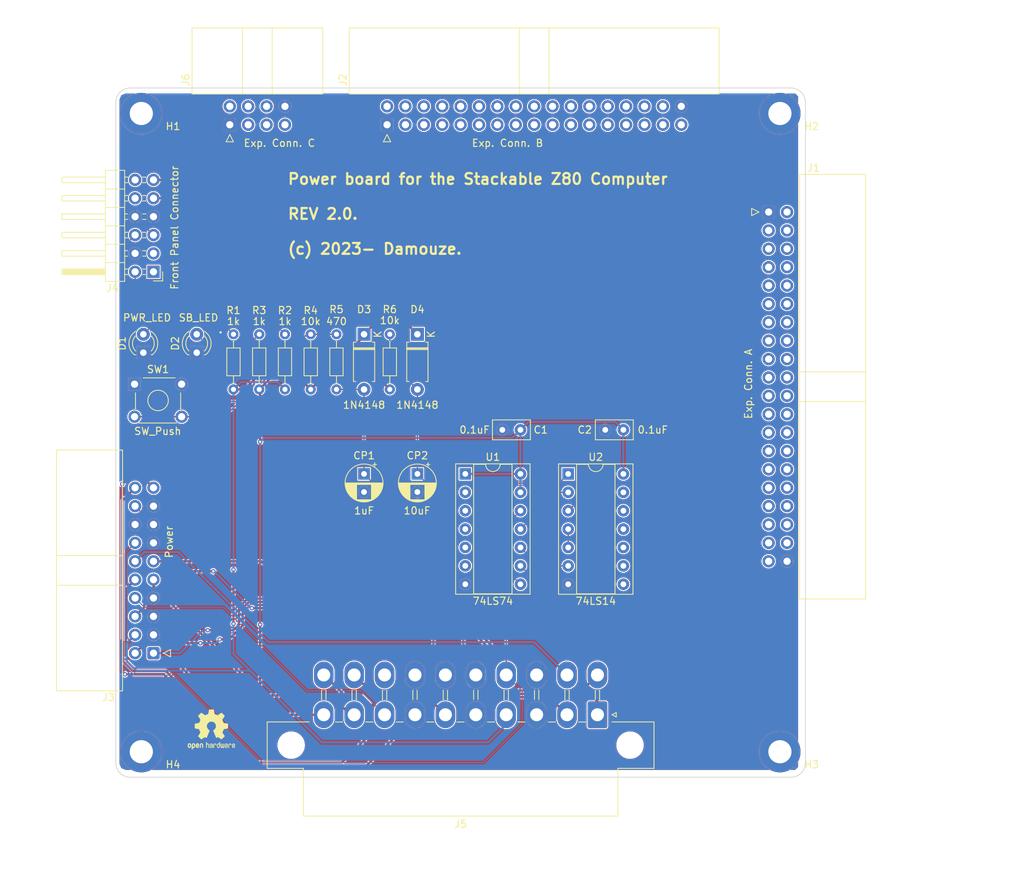
<source format=kicad_pcb>
(kicad_pcb (version 20240108) (generator "pcbnew") (generator_version "8.0")
  (title_block (title "Power board for the Stackable Z80 Computer") (date "2024-06-21") (rev "2.0"))
  (layers (0 "F.Cu" mixed) (31 "B.Cu" mixed) (34 "B.Paste" user) (35 "F.Paste" user) (36 "B.SilkS" user "B.Silkscreen") (37 "F.SilkS" user "F.Silkscreen") (38 "B.Mask" user) (39 "F.Mask" user) (44 "Edge.Cuts" user))
  (net 0 "")
  (net 1 "/+5V")
  (net 2 "/GND")
  (net 3 "/~{RESET_SW}")
  (net 4 "/~{NMI}")
  (net 5 "/~{RESET}")
  (net 6 "/BUS_CLK")
  (net 7 "/CPU_CLK")
  (net 8 "/~{B_M1}")
  (net 9 "/~{B_IORQ}")
  (net 10 "/~{B_MREQ}")
  (net 11 "/~{B_WR}")
  (net 12 "/~{B_RD}")
  (net 13 "/~{WAIT}")
  (net 14 "/~{B_RFSH}")
  (net 15 "/M_A21")
  (net 16 "/M_A20")
  (net 17 "/M_A19")
  (net 18 "/M_A18")
  (net 19 "/M_A17")
  (net 20 "/M_A16")
  (net 21 "/-12V")
  (net 22 "/+12V")
  (net 23 "/USER2")
  (net 24 "/USER1")
  (net 25 "/USER3")
  (net 26 "/USER0")
  (net 27 "/B_D7")
  (net 28 "/PWR_OK")
  (net 29 "/B_D6")
  (net 30 "/B_D5")
  (net 31 "/B_D4")
  (net 32 "/B_D3")
  (net 33 "/B_D2")
  (net 34 "/B_D1")
  (net 35 "/B_D0")
  (net 36 "/B_A15")
  (net 37 "/B_A14")
  (net 38 "/B_A13")
  (net 39 "/B_A12")
  (net 40 "/~{INT7}")
  (net 41 "/B_A11")
  (net 42 "/~{INT6}")
  (net 43 "/B_A10")
  (net 44 "/~{INT5}")
  (net 45 "/B_A9")
  (net 46 "/~{INT4}")
  (net 47 "/B_A8")
  (net 48 "/~{INT3}")
  (net 49 "/B_A7")
  (net 50 "/~{INT2}")
  (net 51 "/B_A6")
  (net 52 "/B_A5")
  (net 53 "/B_A4")
  (net 54 "/B_A3")
  (net 55 "/B_A2")
  (net 56 "/B_A1")
  (net 57 "/B_A0")
  (net 58 "/~{INT0}")
  (net 59 "/~{INT1}")
  (net 60 "/USER15")
  (net 61 "/~{INT}")
  (net 62 "/~{B_BUSACK}")
  (net 63 "/USER14")
  (net 64 "/USER13")
  (net 65 "/USER12")
  (net 66 "/USER11")
  (net 67 "/USER10")
  (net 68 "/USER9")
  (net 69 "/USER8")
  (net 70 "/USER7")
  (net 71 "/M_A15")
  (net 72 "/USER6")
  (net 73 "/M_A14")
  (net 74 "/USER5")
  (net 75 "/USER4")
  (net 76 "/+3.3V")
  (net 77 "/+5V2")
  (net 78 "/+5VSB")
  (net 79 "/+5V4")
  (net 80 "/+5V3")
  (net 81 "/+3.3V2")
  (net 82 "/+3.3V3")
  (net 83 "/~{BUSREQ}")
  (net 84 "/~{PS_ON}")
  (net 86 "/PWR_LED+")
  (net 91 "Net-(D4-A)")
  (net 92 "Net-(D3-A)")
  (net 93 "/POWER_SW")
  (net 97 "Net-(U1B-C)")
  (net 98 "Net-(U1B-~{S})")
  (net 99 "Net-(U1B-D)")
  (net 104 "Net-(U2-Pad4)")
  (net 109 "/~{IOW}")
  (net 110 "/~{MEMW}")
  (net 111 "/~{IOR}")
  (net 112 "/~{MEMR}")
  (net 114 "/~{INTA}")
  (net 115 "/PWL+")
  (net 116 "/SBL+")
  (footprint "MountingHole:MountingHole_3.2mm_M3_ISO7380_Pad" (layer "F.Cu") (at 28.925 28.925)
    (property "Reference" "H1")
    (property "Value" "MountingHole_Pad")
  )
  (footprint "Symbol:OSHW-Logo2_7.3x6mm_SilkScreen" (layer "F.Cu") (at 38.608 114.046)
    (property "Reference" "REF**" (hide yes))
    (property "Value" "OSHW-Logo2_7.3x6mm_SilkScreen" (hide yes))
  )
  (footprint "ownlib:SW_TH_Tactile_Omron_B3F-10xx" (layer "F.Cu") (at 27.992 66.33)
    (property "Reference" "SW1")
    (property "Value" "SW_Push")
  )
  (footprint "Capacitor_THT:CP_Radial_D5.0mm_P2.50mm" (layer "F.Cu") (at 59.69 78.735 -90)
    (property "Reference" "CP1")
    (property "Value" "1uF")
  )
  (footprint "Resistor_THT:R_Axial_DIN0204_L3.6mm_D1.6mm_P7.62mm_Horizontal" (layer "F.Cu") (at 48.768 59.436 -90)
    (property "Reference" "R2")
    (property "Value" "1k")
  )
  (footprint "Resistor_THT:R_Axial_DIN0204_L3.6mm_D1.6mm_P7.62mm_Horizontal" (layer "F.Cu") (at 52.324 59.436 -90)
    (property "Reference" "R4")
    (property "Value" "10k")
  )
  (footprint "Capacitor_THT:CP_Radial_D5.0mm_P2.50mm" (layer "F.Cu") (at 67.056 78.735 -90)
    (property "Reference" "CP2")
    (property "Value" "10uF")
  )
  (footprint "MountingHole:MountingHole_3.2mm_M3_ISO7380_Pad" (layer "F.Cu") (at 117.125 28.925)
    (property "Reference" "H2")
    (property "Value" "MountingHole_Pad")
  )
  (footprint "Connector_IDC:IDC-Header_2x20_P2.54mm_Horizontal" (layer "F.Cu") (at 115.57 42.545)
    (property "Reference" "J1")
    (property "Value" "Exp. Conn. A")
  )
  (footprint "Connector_PinHeader_2.54mm:PinHeader_2x06_P2.54mm_Horizontal" (layer "F.Cu") (at 30.607 50.8 180)
    (property "Reference" "J4")
    (property "Value" "Front Panel Connector")
  )
  (footprint "Capacitor_THT:C_Disc_D5.0mm_W2.5mm_P2.50mm" (layer "F.Cu") (at 81.29 72.644 180)
    (property "Reference" "C1")
    (property "Value" "0.1uF")
  )
  (footprint "LED_THT:LED_D3.0mm" (layer "F.Cu") (at 36.576 61.976 90)
    (property "Reference" "D2")
    (property "Value" "SB_LED")
  )
  (footprint "Diode_THT:D_A-405_P7.62mm_Horizontal" (layer "F.Cu") (at 59.69 59.436 -90)
    (property "Reference" "D3")
    (property "Value" "1N4148")
  )
  (footprint "LED_THT:LED_D3.0mm" (layer "F.Cu") (at 29.21 61.976 90)
    (property "Reference" "D1")
    (property "Value" "PWR_LED")
  )
  (footprint "Resistor_THT:R_Axial_DIN0204_L3.6mm_D1.6mm_P7.62mm_Horizontal" (layer "F.Cu") (at 45.212 59.436 -90)
    (property "Reference" "R3")
    (property "Value" "1k")
  )
  (footprint "Package_DIP:DIP-14_W7.62mm_Socket" (layer "F.Cu") (at 73.67 78.735)
    (property "Reference" "U1")
    (property "Value" "74LS74")
  )
  (footprint "Resistor_THT:R_Axial_DIN0204_L3.6mm_D1.6mm_P7.62mm_Horizontal" (layer "F.Cu") (at 55.88 67.056 90)
    (property "Reference" "R5")
    (property "Value" "470")
  )
  (footprint "Diode_THT:D_A-405_P7.62mm_Horizontal" (layer "F.Cu") (at 67.056 59.436 -90)
    (property "Reference" "D4")
    (property "Value" "1N4148")
  )
  (footprint "Capacitor_THT:C_Disc_D5.0mm_W2.5mm_P2.50mm" (layer "F.Cu") (at 95.504 72.644 180)
    (property "Reference" "C2")
    (property "Value" "0.1uF")
  )
  (footprint "Connector_IDC:IDC-Header_2x04_P2.54mm_Horizontal" (layer "F.Cu") (at 41.148 30.48 90)
    (property "Reference" "J6")
    (property "Value" "Exp. Conn. C")
  )
  (footprint "ownlib:Molex_Mini-Fit_Jr_5569-20A1_2x10_P4.20mm_Horizontal" (layer "F.Cu") (at 91.925 112.014 180)
    (property "Reference" "J5")
    (property "Value" "ATX-20")
  )
  (footprint "Connector_IDC:IDC-Header_2x10_P2.54mm_Horizontal" (layer "F.Cu") (at 30.607 103.505 180)
    (property "Reference" "J3")
    (property "Value" "Power")
  )
  (footprint "Resistor_THT:R_Axial_DIN0204_L3.6mm_D1.6mm_P7.62mm_Horizontal" (layer "F.Cu") (at 41.656 59.436 -90)
    (property "Reference" "R1")
    (property "Value" "1k")
  )
  (footprint "MountingHole:MountingHole_3.2mm_M3_ISO7380_Pad" (layer "F.Cu") (at 28.925 117.125)
    (property "Reference" "H4")
    (property "Value" "MountingHole_Pad")
  )
  (footprint "Connector_IDC:IDC-Header_2x17_P2.54mm_Horizontal" (layer "F.Cu") (at 62.865 30.48 90)
    (property "Reference" "J2")
    (property "Value" "Exp. Conn. B")
  )
  (footprint "Resistor_THT:R_Axial_DIN0204_L3.6mm_D1.6mm_P7.62mm_Horizontal" (layer "F.Cu") (at 63.246 59.436 -90)
    (property "Reference" "R6")
    (property "Value" "10k")
  )
  (footprint "Package_DIP:DIP-14_W7.62mm_Socket" (layer "F.Cu") (at 87.884 78.74)
    (property "Reference" "U2")
    (property "Value" "74LS14")
  )
  (footprint "MountingHole:MountingHole_3.2mm_M3_ISO7380_Pad" (layer "F.Cu") (at 117.125 117.125)
    (property "Reference" "H3")
    (property "Value" "MountingHole_Pad")
  )
  (gr_line (start 25.4 27.4) (end 25.4 118.65) (stroke (width 0.1)) (layer "Edge.Cuts"))
  (gr_line (start 120.65 27.4) (end 120.65 118.65) (stroke (width 0.1)) (layer "Edge.Cuts"))
  (gr_arc (start 120.65 118.65) (mid 120.064214 120.064214) (end 118.65 120.65) (stroke (width 0.1)) (layer "Edge.Cuts"))
  (gr_arc (start 27.4 120.65) (mid 25.985786 120.064214) (end 25.4 118.65) (stroke (width 0.1)) (layer "Edge.Cuts"))
  (gr_arc (start 25.4 27.4) (mid 25.985786 25.985786) (end 27.4 25.4) (stroke (width 0.1)) (layer "Edge.Cuts"))
  (gr_arc (start 118.65 25.4) (mid 120.064214 25.985786) (end 120.65 27.4) (stroke (width 0.1)) (layer "Edge.Cuts"))
  (gr_line (start 27.4 120.65) (end 118.65 120.65) (stroke (width 0.1)) (layer "Edge.Cuts"))
  (gr_line (start 27.4 25.4) (end 118.65 25.4) (stroke (width 0.1)) (layer "Edge.Cuts"))
  (gr_text "${TITLE}\n\nREV ${REVISION}.\n\n(c) 2023- Damouze." (at 49.022 48.514 0) (layer "F.SilkS") (effects (font (size 1.5 1.5) (thickness 0.3) (bold yes)) (justify left bottom)))
  (segment (start 43.18 67.056) (end 43.307 66.929) (width 0.3048) (layer "F.Cu") (net 1))
  (segment (start 37.846 40.64) (end 30.607 40.64) (width 0.3048) (layer "F.Cu") (net 1))
  (segment (start 43.307 66.929) (end 43.307 66.924235) (width 0.3048) (layer "F.Cu") (net 1))
  (segment (start 43.307 66.924235) (end 50.038 60.193235) (width 0.3048) (layer "F.Cu") (net 1))
  (segment (start 50.038 60.193235) (end 50.038 52.832) (width 0.3048) (layer "F.Cu") (net 1))
  (segment (start 50.038 52.832) (end 37.846 40.64) (width 0.3048) (layer "F.Cu") (net 1))
  (segment (start 41.656 67.056) (end 43.18 67.056) (width 0.3048) (layer "F.Cu") (net 1))
  (segment (start 41.656 91.948) (end 41.656 99.441) (width 0.3048) (layer "F.Cu") (net 1))
  (via (at 41.656 99.441) (size 0.61) (drill 0.3) (layers "F.Cu" "B.Cu") (net 1))
  (via (at 41.656 91.948) (size 0.61) (drill 0.3) (layers "F.Cu" "B.Cu") (net 1))
  (segment (start 79.325 113.334) (end 79.325 112.014) (width 0.3048) (layer "B.Cu") (net 1))
  (segment (start 26.9122 102.1198) (end 26.9122 104.605384) (width 0.3048) (layer "B.Cu") (net 1))
  (segment (start 42.6608 66.0512) (end 41.656 67.056) (width 0.3048) (layer "B.Cu") (net 1))
  (segment (start 76.835 115.824) (end 79.325 113.334) (width 0.3048) (layer "B.Cu") (net 1))
  (segment (start 41.656 103.632) (end 53.467 115.443) (width 0.3048) (layer "B.Cu") (net 1))
  (segment (start 47.7632 66.0512) (end 42.6608 66.0512) (width 0.3048) (layer "B.Cu") (net 1))
  (segment (start 53.848 115.824) (end 76.835 115.824) (width 0.3048) (layer "B.Cu") (net 1))
  (segment (start 28.224816 105.918) (end 43.942 105.918) (width 0.3048) (layer "B.Cu") (net 1))
  (segment (start 26.9122 104.605384) (end 28.224816 105.918) (width 0.3048) (layer "B.Cu") (net 1))
  (segment (start 41.656 67.056) (end 41.656 91.948) (width 0.3048) (layer "B.Cu") (net 1))
  (segment (start 53.467 115.443) (end 53.848 115.824) (width 0.3048) (layer "B.Cu") (net 1))
  (segment (start 43.942 105.918) (end 53.467 115.443) (width 0.3048) (layer "B.Cu") (net 1))
  (segment (start 41.656 99.441) (end 41.656 103.632) (width 0.3048) (layer "B.Cu") (net 1))
  (segment (start 28.067 100.965) (end 26.9122 102.1198) (width 0.3048) (layer "B.Cu") (net 1))
  (segment (start 48.768 67.056) (end 47.7632 66.0512) (width 0.3048) (layer "B.Cu") (net 1))
  (via (at 39.878 59.182) (size 0.61) (drill 0.3) (layers "F.Cu" "B.Cu") (net 2))
  (segment (start 30.607 45.72) (end 29.337 44.45) (width 0.1524) (layer "F.Cu") (net 3))
  (segment (start 29.337 84.455) (end 28.067 83.185) (width 0.1524) (layer "F.Cu") (net 3))
  (segment (start 29.337 44.45) (end 27.432 44.45) (width 0.1524) (layer "F.Cu") (net 3))
  (segment (start 32.766 77.978) (end 32.766 83.312) (width 0.1524) (layer "F.Cu") (net 3))
  (segment (start 32.766 83.312) (end 31.623 84.455) (width 0.1524) (layer "F.Cu") (net 3))
  (segment (start 26.6836 71.8956) (end 32.766 77.978) (width 0.1524) (layer "F.Cu") (net 3))
  (segment (start 26.6836 45.1984) (end 26.6836 71.8956) (width 0.1524) (layer "F.Cu") (net 3))
  (segment (start 31.623 84.455) (end 29.337 84.455) (width 0.1524) (layer "F.Cu") (net 3))
  (segment (start 27.432 44.45) (end 26.6836 45.1984) (width 0.1524) (layer "F.Cu") (net 3))
  (segment (start 34.036 89.535) (end 29.337 89.535) (width 0.3048) (layer "B.Cu") (net 21))
  (segment (start 29.337 89.535) (end 28.067 90.805) (width 0.3048) (layer "B.Cu") (net 21))
  (segment (start 87.725 106.514) (end 83.192 101.981) (width 0.3048) (layer "B.Cu") (net 21))
  (segment (start 46.482 101.981) (end 34.036 89.535) (width 0.3048) (layer "B.Cu") (net 21))
  (segment (start 83.192 101.981) (end 46.482 101.981) (width 0.3048) (layer "B.Cu") (net 21))
  (segment (start 41.021 112.014) (end 54.125 112.014) (width 0.3048) (layer "F.Cu") (net 22))
  (segment (start 26.797 94.615) (end 26.797 103.868134) (width 0.3048) (layer "F.Cu") (net 22))
  (segment (start 28.067 93.345) (end 26.797 94.615) (width 0.3048) (layer "F.Cu") (net 22))
  (segment (start 34.163 105.156) (end 41.021 112.014) (width 0.3048) (layer "F.Cu") (net 22))
  (segment (start 26.797 103.868134) (end 28.084866 105.156) (width 0.3048) (layer "F.Cu") (net 22))
  (segment (start 28.084866 105.156) (end 34.163 105.156) (width 0.3048) (layer "F.Cu") (net 22))
  (segment (start 51.816 108.712) (end 40.259 97.155) (width 0.1524) (layer "B.Cu") (net 28))
  (segment (start 62.525 112.014) (end 59.223 108.712) (width 0.1524) (layer "B.Cu") (net 28))
  (segment (start 40.259 97.155) (end 29.337 97.155) (width 0.1524) (layer "B.Cu") (net 28))
  (segment (start 29.337 97.155) (end 28.067 95.885) (width 0.1524) (layer "B.Cu") (net 28))
  (segment (start 59.223 108.712) (end 51.816 108.712) (width 0.1524) (layer "B.Cu") (net 28))
  (segment (start 42.418 97.155) (end 43.6118 95.9612) (width 0.3048) (layer "F.Cu") (net 76))
  (segment (start 43.6118 95.9612) (end 70.0532 95.9612) (width 0.3048) (layer "F.Cu") (net 76))
  (segment (start 76.7798 107.6738) (end 78.232 109.126) (width 0.3048) (layer "F.Cu") (net 76))
  (segment (start 70.0532 95.9612) (end 76.7798 102.6878) (width 0.3048) (layer "F.Cu") (net 76))
  (segment (start 42.418 99.564171) (end 42.418 97.155) (width 0.3048) (layer "F.Cu") (net 76))
  (segment (start 38.1 100.33) (end 41.652171 100.33) (width 0.3048) (layer "F.Cu") (net 76))
  (segment (start 78.232 109.126) (end 90.886999 109.126) (width 0.3048) (layer "F.Cu") (net 76))
  (segment (start 41.652171 100.33) (end 42.418 99.564171) (width 0.3048) (layer "F.Cu") (net 76))
  (segment (start 76.7798 102.6878) (end 76.7798 107.6738) (width 0.3048) (layer "F.Cu") (net 76))
  (segment (start 91.925 110.164001) (end 91.925 112.014) (width 0.3048) (layer "F.Cu") (net 76))
  (segment (start 90.886999 109.126) (end 91.925 110.164001) (width 0.3048) (layer "F.Cu") (net 76))
  (via (at 38.1 100.33) (size 0.61) (drill 0.3) (layers "F.Cu" "B.Cu") (net 76))
  (segment (start 38.1 100.33) (end 37.465 100.33) (width 0.3048) (layer "B.Cu") (net 76))
  (segment (start 37.465 100.33) (end 34.29 103.505) (width 0.3048) (layer "B.Cu") (net 76))
  (segment (start 34.29 103.505) (end 30.607 103.505) (width 0.3048) (layer "B.Cu") (net 76))
  (segment (start 69.2702 98.7342) (end 69.2702 110.3592) (width 0.3048) (layer "F.Cu") (net 77))
  (segment (start 38.862 92.1902) (end 30.128666 92.1902) (width 0.3048) (layer "F.Cu") (net 77))
  (segment (start 44.196 97.282) (end 67.818 97.282) (width 0.3048) (layer "F.Cu") (net 77))
  (segment (start 67.818 97.282) (end 69.2702 98.7342) (width 0.3048) (layer "F.Cu") (net 77))
  (segment (start 29.337 92.981866) (end 29.337 97.155) (width 0.3048) (layer "F.Cu") (net 77))
  (segment (start 30.128666 92.1902) (end 29.337 92.981866) (width 0.3048) (layer "F.Cu") (net 77))
  (segment (start 29.337 97.155) (end 28.067 98.425) (width 0.3048) (layer "F.Cu") (net 77))
  (segment (start 69.2702 110.3592) (end 70.925 112.014) (width 0.3048) (layer "F.Cu") (net 77))
  (via (at 44.196 97.282) (size 0.61) (drill 0.3) (layers "F.Cu" "B.Cu") (net 77))
  (via (at 38.862 92.1902) (size 0.61) (drill 0.3) (layers "F.Cu" "B.Cu") (net 77))
  (segment (start 44.069 97.282) (end 44.196 97.282) (width 0.3048) (layer "B.Cu") (net 77))
  (segment (start 38.9772 92.1902) (end 44.069 97.282) (width 0.3048) (layer "B.Cu") (net 77))
  (segment (start 38.862 92.1902) (end 38.9772 92.1902) (width 0.3048) (layer "B.Cu") (net 77))
  (segment (start 45.339 67.183) (end 45.212 67.056) (width 0.3048) (layer "F.Cu") (net 78))
  (segment (start 38.354 38.1) (end 57.404 57.15) (width 0.3048) (layer "F.Cu") (net 78))
  (segment (start 45.339 99.568) (end 45.339 108.966) (width 0.3048) (layer "F.Cu") (net 78))
  (segment (start 30.607 38.1) (end 38.354 38.1) (width 0.3048) (layer "F.Cu") (net 78))
  (segment (start 45.339 108.966) (end 45.72 109.347) (width 0.3048) (layer "F.Cu") (net 78))
  (segment (start 59.69 59.436) (end 59.69 59.69) (width 0.3048) (layer "F.Cu") (net 78))
  (segment (start 46.736 65.532) (end 45.212 67.056) (width 0.3048) (layer "F.Cu") (net 78))
  (segment (start 66.0512 58.4312) (end 60.6948 58.4312) (width 0.3048) (layer "F.Cu") (net 78))
  (segment (start 62.0412 65.8512) (end 63.246 67.056) (width 0.3048) (layer "F.Cu") (net 78))
  (segment (start 52.324 67.056) (end 50.8 65.532) (width 0.3048) (layer "F.Cu") (net 78))
  (segment (start 45.085 108.712) (end 30.607 94.234) (width 0.3048) (layer "F.Cu") (net 78))
  (segment (start 67.056 59.436) (end 66.0512 58.4312) (width 0.3048) (layer "F.Cu") (net 78))
  (segment (start 45.72 109.347) (end 55.118 109.347) (width 0.3048) (layer "F.Cu") (net 78))
  (segment (start 53.5288 65.8512) (end 62.0412 65.8512) (width 0.3048) (layer "F.Cu") (net 78))
  (segment (start 30.607 94.234) (end 30.607 93.345) (width 0.3048) (layer "F.Cu") (net 78))
  (segment (start 45.085 108.712) (end 45.72 109.347) (width 0.3048) (layer "F.Cu") (net 78))
  (segment (start 57.785 112.014) (end 58.325 112.014) (width 0.3048) (layer "F.Cu") (net 78))
  (segment (start 57.277 62.103) (end 52.324 67.056) (width 0.3048) (layer "F.Cu") (net 78))
  (segment (start 57.404 57.15) (end 57.404 61.976) (width 0.3048) (layer "F.Cu") (net 78))
  (segment (start 45.339 74.295) (end 45.339 67.183) (width 0.3048) (layer "F.Cu") (net 78))
  (segment (start 55.118 109.347) (end 57.785 112.014) (width 0.3048) (layer "F.Cu") (net 78))
  (segment (start 60.6948 58.4312) (end 59.69 59.436) (width 0.3048) (layer "F.Cu") (net 78))
  (segment (start 59.69 59.69) (end 57.277 62.103) (width 0.3048) (layer "F.Cu") (net 78))
  (segment (start 50.8 65.532) (end 46.736 65.532) (width 0.3048) (layer "F.Cu") (net 78))
  (segment (start 52.324 67.056) (end 53.5288 65.8512) (width 0.3048) (layer "F.Cu") (net 78))
  (segment (start 57.404 61.976) (end 57.277 62.103) (width 0.3048) (layer "F.Cu") (net 78))
  (via (at 45.339 99.568) (size 0.61) (drill 0.3) (layers "F.Cu" "B.Cu") (net 78))
  (via (at 45.339 74.295) (size 0.61) (drill 0.3) (layers "F.Cu" "B.Cu") (net 78))
  (segment (start 45.339 74.295) (end 45.339 99.568) (width 0.3048) (layer "B.Cu") (net 78))
  (segment (start 80.1852 73.7488) (end 81.29 72.644) (width 0.3048) (layer "B.Cu") (net 78))
  (segment (start 45.8852 73.7488) (end 80.1852 73.7488) (width 0.3048) (layer "B.Cu") (net 78))
  (segment (start 45.339 74.295) (end 45.8852 73.7488) (width 0.3048) (layer "B.Cu") (net 78))
  (segment (start 73.67 78.735) (end 81.29 78.735) (width 0.3048) (layer "B.Cu") (net 78))
  (segment (start 94.3992 71.5392) (end 82.3948 71.5392) (width 0.3048) (layer "B.Cu") (net 78))
  (segment (start 81.29 78.735) (end 81.29 81.275) (width 0.3048) (layer "B.Cu") (net 78))
  (segment (start 81.29 72.644) (end 81.29 78.735) (width 0.3048) (layer "B.Cu") (net 78))
  (segment (start 94.3992 71.5392) (end 95.504 72.644) (width 0.3048) (layer "B.Cu") (net 78))
  (segment (start 95.504 72.644) (end 95.504 78.74) (width 0.3048) (layer "B.Cu") (net 78))
  (segment (start 82.3948 71.5392) (end 81.29 72.644) (width 0.3048) (layer "B.Cu") (net 78))
  (segment (start 27.305 79.121) (end 29.083 79.121) (width 0.3048) (layer "F.Cu") (net 79))
  (segment (start 59.9948 119.0752) (end 44.6532 119.0752) (width 0.3048) (layer "F.Cu") (net 79))
  (segment (start 58.325 106.514) (end 60.777 108.966) (width 0.3048) (layer "F.Cu") (net 79))
  (segment (start 64.516 114.554) (end 59.9948 119.0752) (width 0.3048) (layer "F.Cu") (net 79))
  (segment (start 60.777 108.966) (end 62.992 108.966) (width 0.3048) (layer "F.Cu") (net 79))
  (segment (start 26.289 80.137) (end 27.305 79.121) (width 0.3048) (layer "F.Cu") (net 79))
  (segment (start 44.6532 119.0752) (end 32.004 106.426) (width 0.3048) (layer "F.Cu") (net 79))
  (segment (start 64.516 110.49) (end 64.516 114.554) (width 0.3048) (layer "F.Cu") (net 79))
  (segment (start 32.004 106.426) (end 26.67 106.426) (width 0.3048) (layer "F.Cu") (net 79))
  (segment (start 29.083 79.121) (end 30.607 80.645) (width 0.3048) (layer "F.Cu") (net 79))
  (segment (start 62.992 108.966) (end 64.516 110.49) (width 0.3048) (layer "F.Cu") (net 79))
  (via (at 26.67 106.426) (size 0.61) (drill 0.3) (layers "F.Cu" "B.Cu") (net 79))
  (via (at 26.289 80.137) (size 0.61) (drill 0.3) (layers "F.Cu" "B.Cu") (net 79))
  (segment (start 26.289 101.665369) (end 26.289 80.137) (width 0.3048) (layer "B.Cu") (net 79))
  (segment (start 26.67 106.3625) (end 26.1502 105.8427) (width 0.3048) (layer "B.Cu") (net 79))
  (segment (start 26.1502 105.8427) (end 26.1502 101.804169) (width 0.3048) (layer "B.Cu") (net 79))
  (segment (start 26.1502 101.804169) (end 26.289 101.665369) (width 0.3048) (layer "B.Cu") (net 79))
  (segment (start 26.67 106.426) (end 26.67 106.3625) (width 0.3048) (layer "B.Cu") (net 79))
  (segment (start 56.642 118.618) (end 44.958 118.618) (width 0.3048) (layer "F.Cu") (net 80))
  (segment (start 59.436 109.474) (end 60.452 110.49) (width 0.3048) (layer "F.Cu") (net 80))
  (segment (start 44.958 118.618) (end 32.3088 105.9688) (width 0.3048) (layer "F.Cu") (net 80))
  (segment (start 32.3088 105.9688) (end 27.748378 105.9688) (width 0.3048) (layer "F.Cu") (net 80))
  (segment (start 27.748378 105.9688) (end 26.3398 104.560222) (width 0.3048) (layer "F.Cu") (net 80))
  (segment (start 54.19 106.514) (end 57.15 109.474) (width 0.3048) (layer "F.Cu") (net 80))
  (segment (start 26.3398 82.3722) (end 28.067 80.645) (width 0.3048) (layer "F.Cu") (net 80))
  (segment (start 26.3398 104.560222) (end 26.3398 82.3722) (width 0.3048) (layer "F.Cu") (net 80))
  (segment (start 57.15 109.474) (end 59.436 109.474) (width 0.3048) (layer "F.Cu") (net 80))
  (segment (start 60.452 114.808) (end 56.642 118.618) (width 0.3048) (layer "F.Cu") (net 80))
  (segment (start 54.125 106.514) (end 54.19 106.514) (width 0.3048) (layer "F.Cu") (net 80))
  (segment (start 60.452 110.49) (end 60.452 114.808) (width 0.3048) (layer "F.Cu") (net 80))
  (segment (start 73.406 99.960578) (end 73.406 107.635241) (width 0.3048) (layer "F.Cu") (net 81))
  (segment (start 85.2942 109.5832) (end 87.725 112.014) (width 0.3048) (layer "F.Cu") (net 81))
  (segment (start 73.406 107.635241) (end 75.353959 109.5832) (width 0.3048) (layer "F.Cu") (net 81))
  (segment (start 37.084 102.1198) (end 29.4522 102.1198) (width 0.3048) (layer "F.Cu") (net 81))
  (segment (start 39.751 101.6) (end 41.028749 101.6) (width 0.3048) (layer "F.Cu") (net 81))
  (segment (start 41.028749 101.6) (end 42.926 99.702749) (width 0.3048) (layer "F.Cu") (net 81))
  (segment (start 43.801178 96.4184) (end 69.863822 96.4184) (width 0.3048) (layer "F.Cu") (net 81))
  (segment (start 69.863822 96.4184) (end 73.406 99.960578) (width 0.3048) (layer "F.Cu") (net 81))
  (segment (start 42.926 99.702749) (end 42.926 97.293578) (width 0.3048) (layer "F.Cu") (net 81))
  (segment (start 42.926 97.293578) (end 43.801178 96.4184) (width 0.3048) (layer "F.Cu") (net 81))
  (segment (start 75.353959 109.5832) (end 85.2942 109.5832) (width 0.3048) (layer "F.Cu") (net 81))
  (segment (start 29.4522 102.1198) (end 28.067 103.505) (width 0.3048) (layer "F.Cu") (net 81))
  (via (at 39.751 101.6) (size 0.61) (drill 0.3) (layers "F.Cu" "B.Cu") (net 81))
  (via (at 37.084 102.1198) (size 0.61) (drill 0.3) (layers "F.Cu" "B.Cu") (net 81))
  (segment (start 39.2312 102.1198) (end 39.751 101.6) (width 0.3048) (layer "B.Cu") (net 81))
  (segment (start 37.084 102.1198) (end 39.2312 102.1198) (width 0.3048) (layer "B.Cu") (net 81))
  (segment (start 89.7702 108.6688) (end 78.4428 108.6688) (width 0.3048) (layer "F.Cu") (net 82))
  (segment (start 70.358 95.504) (end 50.165 95.504) (width 0.3048) (layer "F.Cu") (net 82))
  (segment (start 45.466 90.805) (end 30.607 90.805) (width 0.3048) (layer "F.Cu") (net 82))
  (segment (start 77.47 102.616) (end 70.358 95.504) (width 0.3048) (layer "F.Cu") (net 82))
  (segment (start 91.925 106.514) (end 89.7702 108.6688) (width 0.3048) (layer "F.Cu") (net 82))
  (segment (start 78.4428 108.6688) (end 77.47 107.696) (width 0.3048) (layer "F.Cu") (net 82))
  (segment (start 50.165 95.504) (end 45.466 90.805) (width 0.3048) (layer "F.Cu") (net 82))
  (segment (start 77.47 107.696) (end 77.47 102.616) (width 0.3048) (layer "F.Cu") (net 82))
  (segment (start 82.3186 92.4786) (end 83.82 93.98) (width 0.1524) (layer "F.Cu") (net 84))
  (segment (start 83.82 96.774) (end 79.325 101.269) (width 0.1524) (layer "F.Cu") (net 84))
  (segment (start 79.325 101.269) (end 79.325 106.514) (width 0.1524) (layer "F.Cu") (net 84))
  (segment (start 81.29 91.435) (end 82.3186 92.4636) (width 0.1524) (layer "F.Cu") (net 84))
  (segment (start 82.3186 92.4636) (end 82.3186 92.4786) (width 0.1524) (layer "F.Cu") (net 84))
  (segment (start 83.82 93.98) (end 83.82 96.774) (width 0.1524) (layer "F.Cu") (net 84))
  (segment (start 26.67 89.662) (end 28.067 88.265) (width 0.1524) (layer "B.Cu") (net 84))
  (segment (start 45.72 118.618) (end 33.655 106.553) (width 0.1524) (layer "B.Cu") (net 84))
  (segment (start 79.325 106.514) (end 81.534 108.723) (width 0.1524) (layer "B.Cu") (net 84))
  (segment (start 26.67 101.823185) (end 26.67 89.662) (width 0.1524) (layer "B.Cu") (net 84))
  (segment (start 81.534 108.723) (end 81.534 113.284) (width 0.1524) (layer "B.Cu") (net 84))
  (segment (start 26.5312 101.961985) (end 26.67 101.823185) (width 0.1524) (layer "B.Cu") (net 84))
  (segment (start 76.2 118.618) (end 45.72 118.618) (width 0.1524) (layer "B.Cu") (net 84))
  (segment (start 33.655 106.553) (end 27.94 106.553) (width 0.1524) (layer "B.Cu") (net 84))
  (segment (start 26.5312 105.1442) (end 26.5312 101.961985) (width 0.1524) (layer "B.Cu") (net 84))
  (segment (start 81.534 113.284) (end 76.2 118.618) (width 0.1524) (layer "B.Cu") (net 84))
  (segment (start 27.94 106.553) (end 26.5312 105.1442) (width 0.1524) (layer "B.Cu") (net 84))
  (segment (start 43.688 54.356) (end 28.702 54.356) (width 0.1524) (layer "F.Cu") (net 86))
  (segment (start 28.702 54.356) (end 28.067 53.721) (width 0.1524) (layer "F.Cu") (net 86))
  (segment (start 48.768 59.436) (end 43.688 54.356) (width 0.1524) (layer "F.Cu") (net 86))
  (segment (start 28.067 53.721) (end 28.067 50.8) (width 0.1524) (layer "F.Cu") (net 86))
  (segment (start 89.408 82.296) (end 87.884 83.82) (width 0.1524) (layer "F.Cu") (net 91))
  (segment (start 86.8554 76.9746) (end 88.392 76.9746) (width 0.1524) (layer "F.Cu") (net 91))
  (segment (start 68.331 80.01) (end 83.82 80.01) (width 0.1524) (layer "F.Cu") (net 91))
  (segment (start 67.056 78.735) (end 67.056 67.056) (width 0.1524) (layer "F.Cu") (net 91))
  (segment (start 63.246 63.246) (end 63.246 59.436) (width 0.1524) (layer "F.Cu") (net 91))
  (segment (start 89.408 77.9906) (end 89.408 82.296) (width 0.1524) (layer "F.Cu") (net 91))
  (segment (start 67.056 78.735) (end 68.331 80.01) (width 0.1524) (layer "F.Cu") (net 91))
  (segment (start 67.056 67.056) (end 63.246 63.246) (width 0.1524) (layer "F.Cu") (net 91))
  (segment (start 83.82 80.01) (end 86.8554 76.9746) (width 0.1524) (layer "F.Cu") (net 91))
  (segment (start 88.392 76.9746) (end 89.408 77.9906) (width 0.1524) (layer "F.Cu") (net 91))
  (segment (start 59.69 78.735) (end 63.2586 82.3036) (width 0.1524) (layer "F.Cu") (net 92))
  (segment (start 59.69 67.056) (end 55.88 67.056) (width 0.1524) (layer "F.Cu") (net 92))
  (segment (start 84.3204 82.3036) (end 87.884 78.74) (width 0.1524) (layer "F.Cu") (net 92))
  (segment (start 63.2586 82.3036) (end 84.3204 82.3036) (width 0.1524) (layer "F.Cu") (net 92))
  (segment (start 59.69 78.735) (end 59.69 67.056) (width 0.1524) (layer "F.Cu") (net 92))
  (segment (start 40.259 68.707) (end 42.545 68.707) (width 0.1524) (layer "F.Cu") (net 93))
  (segment (start 42.545 68.707) (end 40.422 70.83) (width 0.1524) (layer "F.Cu") (net 93))
  (segment (start 51.816 59.436) (end 45.212 66.04) (width 0.1524) (layer "F.Cu") (net 93))
  (segment (start 44.196 67.056) (end 42.545 68.707) (width 0.1524) (layer "F.Cu") (net 93))
  (segment (start 34.492 70.83) (end 27.992 70.83) (width 0.1524) (layer "F.Cu") (net 93))
  (segment (start 45.212 66.04) (end 44.730051 66.04) (width 0.1524) (layer "F.Cu") (net 93))
  (segment (start 28.194 64.008) (end 35.56 64.008) (width 0.1524) (layer "F.Cu") (net 93))
  (segment (start 26.9884 46.7986) (end 26.9884 62.8024) (width 0.1524) (layer "F.Cu") (net 93))
  (segment (start 26.9884 62.8024) (end 28.194 64.008) (width 0.1524) (layer "F.Cu") (net 93))
  (segment (start 52.324 59.436) (end 51.816 59.436) (width 0.1524) (layer "F.Cu") (net 93))
  (segment (start 55.88 59.436) (end 52.324 59.436) (width 0.1524) (layer "F.Cu") (net 93))
  (segment (start 35.56 64.008) (end 40.259 68.707) (width 0.1524) (layer "F.Cu") (net 93))
  (segment (start 44.730051 66.04) (end 44.196 66.574051) (width 0.1524) (layer "F.Cu") (net 93))
  (segment (start 44.196 66.574051) (end 44.196 67.056) (width 0.1524) (layer "F.Cu") (net 93))
  (segment (start 28.067 45.72) (end 26.9884 46.7986) (width 0.1524) (layer "F.Cu") (net 93))
  (segment (start 40.422 70.83) (end 34.492 70.83) (width 0.1524) (layer "F.Cu") (net 93))
  (segment (start 86.365 81.28) (end 81.29 86.355) (width 0.1524) (layer "F.Cu") (net 97))
  (segment (start 87.884 81.28) (end 86.365 81.28) (width 0.1524) (layer "F.Cu") (net 97))
  (segment (start 87.884 91.44) (end 83.835 91.44) (width 0.1524) (layer "F.Cu") (net 98))
  (segment (start 83.835 91.44) (end 81.29 88.895) (width 0.1524) (layer "F.Cu") (net 98))
  (segment (start 80.2614 92.9464) (end 81.29 93.975) (width 0.1524) (layer "F.Cu") (net 99))
  (segment (start 80.2614 84.8436) (end 80.2614 92.9464) (width 0.1524) (layer "F.Cu") (net 99))
  (segment (start 81.29 83.815) (end 80.2614 84.8436) (width 0.1524) (layer "F.Cu") (net 99))
  (segment (start 87.884 86.36) (end 87.884 88.9) (width 0.1524) (layer "F.Cu") (net 104))
  (segment (start 41.656 59.436) (end 40.5274 58.3074) (width 0.1524) (layer "F.Cu") (net 115))
  (segment (start 30.3386 58.3074) (end 29.21 59.436) (width 0.1524) (layer "F.Cu") (net 115))
  (segment (start 40.5274 58.3074) (end 30.3386 58.3074) (width 0.1524) (layer "F.Cu") (net 115))
  (segment (start 37.5046 60.3646) (end 36.576 59.436) (width 0.1524) (layer "F.Cu") (net 116))
  (segment (start 45.212 59.436) (end 44.2834 60.3646) (width 0.1524) (layer "F.Cu") (net 116))
  (segment (start 44.2834 60.3646) (end 37.5046 60.3646) (width 0.1524) (layer "F.Cu") (net 116))
  (zone (net 2) (net_name "/GND") (layers "F&B.Cu") (connect_pads (clearance 0.02)) (min_thickness 0.03) (fill yes (thermal_gap 0.03) (thermal_bridge_width 0.06) (smoothing chamfer) (radius 0.4))
    (polygon (pts (xy 26.416 26.162) (xy 119.634 26.162) (xy 119.634 119.634) (xy 26.416 119.634) (xy 25.908 119.126) (xy 25.908 26.67)))
  )
)
</source>
